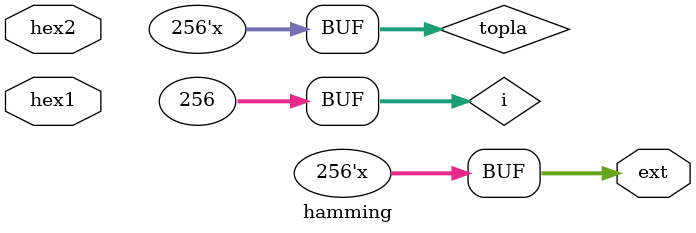
<source format=v>
`timescale 1ns / 1ps


module hamming(
    input [255:0] hex1,
    input [255:0] hex2,
    output[255:0] ext
    );
    integer i,j;
    reg[255:0] xor_cikis;
    reg[255:0] topla;
    always@(*)begin
    xor_cikis<=hex1^hex2;
    
    for(i=0;i<256;i=i+1)begin
    if(xor_cikis[i]==1'b1)begin
        topla<=topla+1;
    end
    end
    end
    assign ext=topla;
endmodule

</source>
